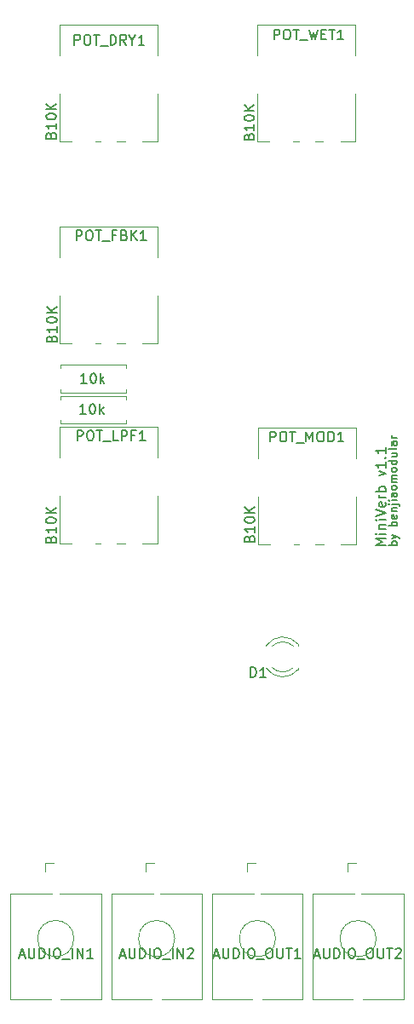
<source format=gbr>
%TF.GenerationSoftware,KiCad,Pcbnew,6.0.10+dfsg-1~bpo11+1*%
%TF.CreationDate,2023-02-09T22:21:13+08:00*%
%TF.ProjectId,MiniVerb v1.1 - Main,4d696e69-5665-4726-9220-76312e31202d,rev?*%
%TF.SameCoordinates,Original*%
%TF.FileFunction,Legend,Top*%
%TF.FilePolarity,Positive*%
%FSLAX46Y46*%
G04 Gerber Fmt 4.6, Leading zero omitted, Abs format (unit mm)*
G04 Created by KiCad (PCBNEW 6.0.10+dfsg-1~bpo11+1) date 2023-02-09 22:21:13*
%MOMM*%
%LPD*%
G01*
G04 APERTURE LIST*
%ADD10C,0.150000*%
%ADD11C,0.120000*%
G04 APERTURE END LIST*
D10*
X112742380Y-102803333D02*
X111742380Y-102803333D01*
X112456666Y-102470000D01*
X111742380Y-102136666D01*
X112742380Y-102136666D01*
X112742380Y-101660476D02*
X112075714Y-101660476D01*
X111742380Y-101660476D02*
X111790000Y-101708095D01*
X111837619Y-101660476D01*
X111790000Y-101612857D01*
X111742380Y-101660476D01*
X111837619Y-101660476D01*
X112075714Y-101184285D02*
X112742380Y-101184285D01*
X112170952Y-101184285D02*
X112123333Y-101136666D01*
X112075714Y-101041428D01*
X112075714Y-100898571D01*
X112123333Y-100803333D01*
X112218571Y-100755714D01*
X112742380Y-100755714D01*
X112742380Y-100279523D02*
X112075714Y-100279523D01*
X111742380Y-100279523D02*
X111790000Y-100327142D01*
X111837619Y-100279523D01*
X111790000Y-100231904D01*
X111742380Y-100279523D01*
X111837619Y-100279523D01*
X111742380Y-99946190D02*
X112742380Y-99612857D01*
X111742380Y-99279523D01*
X112694761Y-98565238D02*
X112742380Y-98660476D01*
X112742380Y-98850952D01*
X112694761Y-98946190D01*
X112599523Y-98993809D01*
X112218571Y-98993809D01*
X112123333Y-98946190D01*
X112075714Y-98850952D01*
X112075714Y-98660476D01*
X112123333Y-98565238D01*
X112218571Y-98517619D01*
X112313809Y-98517619D01*
X112409047Y-98993809D01*
X112742380Y-98089047D02*
X112075714Y-98089047D01*
X112266190Y-98089047D02*
X112170952Y-98041428D01*
X112123333Y-97993809D01*
X112075714Y-97898571D01*
X112075714Y-97803333D01*
X112742380Y-97470000D02*
X111742380Y-97470000D01*
X112123333Y-97470000D02*
X112075714Y-97374761D01*
X112075714Y-97184285D01*
X112123333Y-97089047D01*
X112170952Y-97041428D01*
X112266190Y-96993809D01*
X112551904Y-96993809D01*
X112647142Y-97041428D01*
X112694761Y-97089047D01*
X112742380Y-97184285D01*
X112742380Y-97374761D01*
X112694761Y-97470000D01*
X112075714Y-95898571D02*
X112742380Y-95660476D01*
X112075714Y-95422380D01*
X112742380Y-94517619D02*
X112742380Y-95089047D01*
X112742380Y-94803333D02*
X111742380Y-94803333D01*
X111885238Y-94898571D01*
X111980476Y-94993809D01*
X112028095Y-95089047D01*
X112647142Y-94089047D02*
X112694761Y-94041428D01*
X112742380Y-94089047D01*
X112694761Y-94136666D01*
X112647142Y-94089047D01*
X112742380Y-94089047D01*
X112742380Y-93089047D02*
X112742380Y-93660476D01*
X112742380Y-93374761D02*
X111742380Y-93374761D01*
X111885238Y-93470000D01*
X111980476Y-93565238D01*
X112028095Y-93660476D01*
X113851904Y-102800476D02*
X113051904Y-102800476D01*
X113356666Y-102800476D02*
X113318571Y-102724285D01*
X113318571Y-102571904D01*
X113356666Y-102495714D01*
X113394761Y-102457619D01*
X113470952Y-102419523D01*
X113699523Y-102419523D01*
X113775714Y-102457619D01*
X113813809Y-102495714D01*
X113851904Y-102571904D01*
X113851904Y-102724285D01*
X113813809Y-102800476D01*
X113318571Y-102152857D02*
X113851904Y-101962380D01*
X113318571Y-101771904D02*
X113851904Y-101962380D01*
X114042380Y-102038571D01*
X114080476Y-102076666D01*
X114118571Y-102152857D01*
X113851904Y-100857619D02*
X113051904Y-100857619D01*
X113356666Y-100857619D02*
X113318571Y-100781428D01*
X113318571Y-100629047D01*
X113356666Y-100552857D01*
X113394761Y-100514761D01*
X113470952Y-100476666D01*
X113699523Y-100476666D01*
X113775714Y-100514761D01*
X113813809Y-100552857D01*
X113851904Y-100629047D01*
X113851904Y-100781428D01*
X113813809Y-100857619D01*
X113813809Y-99829047D02*
X113851904Y-99905238D01*
X113851904Y-100057619D01*
X113813809Y-100133809D01*
X113737619Y-100171904D01*
X113432857Y-100171904D01*
X113356666Y-100133809D01*
X113318571Y-100057619D01*
X113318571Y-99905238D01*
X113356666Y-99829047D01*
X113432857Y-99790952D01*
X113509047Y-99790952D01*
X113585238Y-100171904D01*
X113318571Y-99448095D02*
X113851904Y-99448095D01*
X113394761Y-99448095D02*
X113356666Y-99410000D01*
X113318571Y-99333809D01*
X113318571Y-99219523D01*
X113356666Y-99143333D01*
X113432857Y-99105238D01*
X113851904Y-99105238D01*
X113318571Y-98724285D02*
X114004285Y-98724285D01*
X114080476Y-98762380D01*
X114118571Y-98838571D01*
X114118571Y-98876666D01*
X113051904Y-98724285D02*
X113090000Y-98762380D01*
X113128095Y-98724285D01*
X113090000Y-98686190D01*
X113051904Y-98724285D01*
X113128095Y-98724285D01*
X113851904Y-98343333D02*
X113318571Y-98343333D01*
X113051904Y-98343333D02*
X113090000Y-98381428D01*
X113128095Y-98343333D01*
X113090000Y-98305238D01*
X113051904Y-98343333D01*
X113128095Y-98343333D01*
X113851904Y-97619523D02*
X113432857Y-97619523D01*
X113356666Y-97657619D01*
X113318571Y-97733809D01*
X113318571Y-97886190D01*
X113356666Y-97962380D01*
X113813809Y-97619523D02*
X113851904Y-97695714D01*
X113851904Y-97886190D01*
X113813809Y-97962380D01*
X113737619Y-98000476D01*
X113661428Y-98000476D01*
X113585238Y-97962380D01*
X113547142Y-97886190D01*
X113547142Y-97695714D01*
X113509047Y-97619523D01*
X113851904Y-97124285D02*
X113813809Y-97200476D01*
X113775714Y-97238571D01*
X113699523Y-97276666D01*
X113470952Y-97276666D01*
X113394761Y-97238571D01*
X113356666Y-97200476D01*
X113318571Y-97124285D01*
X113318571Y-97010000D01*
X113356666Y-96933809D01*
X113394761Y-96895714D01*
X113470952Y-96857619D01*
X113699523Y-96857619D01*
X113775714Y-96895714D01*
X113813809Y-96933809D01*
X113851904Y-97010000D01*
X113851904Y-97124285D01*
X113851904Y-96514761D02*
X113318571Y-96514761D01*
X113394761Y-96514761D02*
X113356666Y-96476666D01*
X113318571Y-96400476D01*
X113318571Y-96286190D01*
X113356666Y-96210000D01*
X113432857Y-96171904D01*
X113851904Y-96171904D01*
X113432857Y-96171904D02*
X113356666Y-96133809D01*
X113318571Y-96057619D01*
X113318571Y-95943333D01*
X113356666Y-95867142D01*
X113432857Y-95829047D01*
X113851904Y-95829047D01*
X113851904Y-95333809D02*
X113813809Y-95410000D01*
X113775714Y-95448095D01*
X113699523Y-95486190D01*
X113470952Y-95486190D01*
X113394761Y-95448095D01*
X113356666Y-95410000D01*
X113318571Y-95333809D01*
X113318571Y-95219523D01*
X113356666Y-95143333D01*
X113394761Y-95105238D01*
X113470952Y-95067142D01*
X113699523Y-95067142D01*
X113775714Y-95105238D01*
X113813809Y-95143333D01*
X113851904Y-95219523D01*
X113851904Y-95333809D01*
X113851904Y-94381428D02*
X113051904Y-94381428D01*
X113813809Y-94381428D02*
X113851904Y-94457619D01*
X113851904Y-94610000D01*
X113813809Y-94686190D01*
X113775714Y-94724285D01*
X113699523Y-94762380D01*
X113470952Y-94762380D01*
X113394761Y-94724285D01*
X113356666Y-94686190D01*
X113318571Y-94610000D01*
X113318571Y-94457619D01*
X113356666Y-94381428D01*
X113318571Y-93657619D02*
X113851904Y-93657619D01*
X113318571Y-94000476D02*
X113737619Y-94000476D01*
X113813809Y-93962380D01*
X113851904Y-93886190D01*
X113851904Y-93771904D01*
X113813809Y-93695714D01*
X113775714Y-93657619D01*
X113851904Y-93162380D02*
X113813809Y-93238571D01*
X113737619Y-93276666D01*
X113051904Y-93276666D01*
X113851904Y-92514761D02*
X113432857Y-92514761D01*
X113356666Y-92552857D01*
X113318571Y-92629047D01*
X113318571Y-92781428D01*
X113356666Y-92857619D01*
X113813809Y-92514761D02*
X113851904Y-92590952D01*
X113851904Y-92781428D01*
X113813809Y-92857619D01*
X113737619Y-92895714D01*
X113661428Y-92895714D01*
X113585238Y-92857619D01*
X113547142Y-92781428D01*
X113547142Y-92590952D01*
X113509047Y-92514761D01*
X113851904Y-92133809D02*
X113318571Y-92133809D01*
X113470952Y-92133809D02*
X113394761Y-92095714D01*
X113356666Y-92057619D01*
X113318571Y-91981428D01*
X113318571Y-91905238D01*
%TO.C,AUDIO_OUT1*%
X95660379Y-143569578D02*
X96136569Y-143569578D01*
X95565141Y-143855292D02*
X95898474Y-142855292D01*
X96231807Y-143855292D01*
X96565141Y-142855292D02*
X96565141Y-143664816D01*
X96612760Y-143760054D01*
X96660379Y-143807673D01*
X96755617Y-143855292D01*
X96946093Y-143855292D01*
X97041331Y-143807673D01*
X97088950Y-143760054D01*
X97136569Y-143664816D01*
X97136569Y-142855292D01*
X97612760Y-143855292D02*
X97612760Y-142855292D01*
X97850855Y-142855292D01*
X97993712Y-142902912D01*
X98088950Y-142998150D01*
X98136569Y-143093388D01*
X98184188Y-143283864D01*
X98184188Y-143426721D01*
X98136569Y-143617197D01*
X98088950Y-143712435D01*
X97993712Y-143807673D01*
X97850855Y-143855292D01*
X97612760Y-143855292D01*
X98612760Y-143855292D02*
X98612760Y-142855292D01*
X99279426Y-142855292D02*
X99469903Y-142855292D01*
X99565141Y-142902912D01*
X99660379Y-142998150D01*
X99707998Y-143188626D01*
X99707998Y-143521959D01*
X99660379Y-143712435D01*
X99565141Y-143807673D01*
X99469903Y-143855292D01*
X99279426Y-143855292D01*
X99184188Y-143807673D01*
X99088950Y-143712435D01*
X99041331Y-143521959D01*
X99041331Y-143188626D01*
X99088950Y-142998150D01*
X99184188Y-142902912D01*
X99279426Y-142855292D01*
X99898474Y-143950531D02*
X100660379Y-143950531D01*
X101088950Y-142855292D02*
X101279426Y-142855292D01*
X101374664Y-142902912D01*
X101469903Y-142998150D01*
X101517522Y-143188626D01*
X101517522Y-143521959D01*
X101469903Y-143712435D01*
X101374664Y-143807673D01*
X101279426Y-143855292D01*
X101088950Y-143855292D01*
X100993712Y-143807673D01*
X100898474Y-143712435D01*
X100850855Y-143521959D01*
X100850855Y-143188626D01*
X100898474Y-142998150D01*
X100993712Y-142902912D01*
X101088950Y-142855292D01*
X101946093Y-142855292D02*
X101946093Y-143664816D01*
X101993712Y-143760054D01*
X102041331Y-143807673D01*
X102136569Y-143855292D01*
X102327045Y-143855292D01*
X102422283Y-143807673D01*
X102469903Y-143760054D01*
X102517522Y-143664816D01*
X102517522Y-142855292D01*
X102850855Y-142855292D02*
X103422283Y-142855292D01*
X103136569Y-143855292D02*
X103136569Y-142855292D01*
X104279426Y-143855292D02*
X103707998Y-143855292D01*
X103993712Y-143855292D02*
X103993712Y-142855292D01*
X103898474Y-142998150D01*
X103803236Y-143093388D01*
X103707998Y-143141007D01*
%TO.C,POT_FBK1*%
X81997619Y-72502380D02*
X81997619Y-71502380D01*
X82378571Y-71502380D01*
X82473809Y-71550000D01*
X82521428Y-71597619D01*
X82569047Y-71692857D01*
X82569047Y-71835714D01*
X82521428Y-71930952D01*
X82473809Y-71978571D01*
X82378571Y-72026190D01*
X81997619Y-72026190D01*
X83188095Y-71502380D02*
X83378571Y-71502380D01*
X83473809Y-71550000D01*
X83569047Y-71645238D01*
X83616666Y-71835714D01*
X83616666Y-72169047D01*
X83569047Y-72359523D01*
X83473809Y-72454761D01*
X83378571Y-72502380D01*
X83188095Y-72502380D01*
X83092857Y-72454761D01*
X82997619Y-72359523D01*
X82950000Y-72169047D01*
X82950000Y-71835714D01*
X82997619Y-71645238D01*
X83092857Y-71550000D01*
X83188095Y-71502380D01*
X83902380Y-71502380D02*
X84473809Y-71502380D01*
X84188095Y-72502380D02*
X84188095Y-71502380D01*
X84569047Y-72597619D02*
X85330952Y-72597619D01*
X85902380Y-71978571D02*
X85569047Y-71978571D01*
X85569047Y-72502380D02*
X85569047Y-71502380D01*
X86045238Y-71502380D01*
X86759523Y-71978571D02*
X86902380Y-72026190D01*
X86950000Y-72073809D01*
X86997619Y-72169047D01*
X86997619Y-72311904D01*
X86950000Y-72407142D01*
X86902380Y-72454761D01*
X86807142Y-72502380D01*
X86426190Y-72502380D01*
X86426190Y-71502380D01*
X86759523Y-71502380D01*
X86854761Y-71550000D01*
X86902380Y-71597619D01*
X86950000Y-71692857D01*
X86950000Y-71788095D01*
X86902380Y-71883333D01*
X86854761Y-71930952D01*
X86759523Y-71978571D01*
X86426190Y-71978571D01*
X87426190Y-72502380D02*
X87426190Y-71502380D01*
X87997619Y-72502380D02*
X87569047Y-71930952D01*
X87997619Y-71502380D02*
X87426190Y-72073809D01*
X88950000Y-72502380D02*
X88378571Y-72502380D01*
X88664285Y-72502380D02*
X88664285Y-71502380D01*
X88569047Y-71645238D01*
X88473809Y-71740476D01*
X88378571Y-71788095D01*
X79528571Y-82255952D02*
X79576190Y-82113095D01*
X79623809Y-82065476D01*
X79719047Y-82017857D01*
X79861904Y-82017857D01*
X79957142Y-82065476D01*
X80004761Y-82113095D01*
X80052380Y-82208333D01*
X80052380Y-82589285D01*
X79052380Y-82589285D01*
X79052380Y-82255952D01*
X79100000Y-82160714D01*
X79147619Y-82113095D01*
X79242857Y-82065476D01*
X79338095Y-82065476D01*
X79433333Y-82113095D01*
X79480952Y-82160714D01*
X79528571Y-82255952D01*
X79528571Y-82589285D01*
X80052380Y-81065476D02*
X80052380Y-81636904D01*
X80052380Y-81351190D02*
X79052380Y-81351190D01*
X79195238Y-81446428D01*
X79290476Y-81541666D01*
X79338095Y-81636904D01*
X79052380Y-80446428D02*
X79052380Y-80351190D01*
X79100000Y-80255952D01*
X79147619Y-80208333D01*
X79242857Y-80160714D01*
X79433333Y-80113095D01*
X79671428Y-80113095D01*
X79861904Y-80160714D01*
X79957142Y-80208333D01*
X80004761Y-80255952D01*
X80052380Y-80351190D01*
X80052380Y-80446428D01*
X80004761Y-80541666D01*
X79957142Y-80589285D01*
X79861904Y-80636904D01*
X79671428Y-80684523D01*
X79433333Y-80684523D01*
X79242857Y-80636904D01*
X79147619Y-80589285D01*
X79100000Y-80541666D01*
X79052380Y-80446428D01*
X80052380Y-79684523D02*
X79052380Y-79684523D01*
X80052380Y-79113095D02*
X79480952Y-79541666D01*
X79052380Y-79113095D02*
X79623809Y-79684523D01*
%TO.C,POT_DRY1*%
X81802619Y-53072380D02*
X81802619Y-52072380D01*
X82183571Y-52072380D01*
X82278809Y-52120000D01*
X82326428Y-52167619D01*
X82374047Y-52262857D01*
X82374047Y-52405714D01*
X82326428Y-52500952D01*
X82278809Y-52548571D01*
X82183571Y-52596190D01*
X81802619Y-52596190D01*
X82993095Y-52072380D02*
X83183571Y-52072380D01*
X83278809Y-52120000D01*
X83374047Y-52215238D01*
X83421666Y-52405714D01*
X83421666Y-52739047D01*
X83374047Y-52929523D01*
X83278809Y-53024761D01*
X83183571Y-53072380D01*
X82993095Y-53072380D01*
X82897857Y-53024761D01*
X82802619Y-52929523D01*
X82755000Y-52739047D01*
X82755000Y-52405714D01*
X82802619Y-52215238D01*
X82897857Y-52120000D01*
X82993095Y-52072380D01*
X83707380Y-52072380D02*
X84278809Y-52072380D01*
X83993095Y-53072380D02*
X83993095Y-52072380D01*
X84374047Y-53167619D02*
X85135952Y-53167619D01*
X85374047Y-53072380D02*
X85374047Y-52072380D01*
X85612142Y-52072380D01*
X85755000Y-52120000D01*
X85850238Y-52215238D01*
X85897857Y-52310476D01*
X85945476Y-52500952D01*
X85945476Y-52643809D01*
X85897857Y-52834285D01*
X85850238Y-52929523D01*
X85755000Y-53024761D01*
X85612142Y-53072380D01*
X85374047Y-53072380D01*
X86945476Y-53072380D02*
X86612142Y-52596190D01*
X86374047Y-53072380D02*
X86374047Y-52072380D01*
X86755000Y-52072380D01*
X86850238Y-52120000D01*
X86897857Y-52167619D01*
X86945476Y-52262857D01*
X86945476Y-52405714D01*
X86897857Y-52500952D01*
X86850238Y-52548571D01*
X86755000Y-52596190D01*
X86374047Y-52596190D01*
X87564523Y-52596190D02*
X87564523Y-53072380D01*
X87231190Y-52072380D02*
X87564523Y-52596190D01*
X87897857Y-52072380D01*
X88755000Y-53072380D02*
X88183571Y-53072380D01*
X88469285Y-53072380D02*
X88469285Y-52072380D01*
X88374047Y-52215238D01*
X88278809Y-52310476D01*
X88183571Y-52358095D01*
X79453571Y-62055952D02*
X79501190Y-61913095D01*
X79548809Y-61865476D01*
X79644047Y-61817857D01*
X79786904Y-61817857D01*
X79882142Y-61865476D01*
X79929761Y-61913095D01*
X79977380Y-62008333D01*
X79977380Y-62389285D01*
X78977380Y-62389285D01*
X78977380Y-62055952D01*
X79025000Y-61960714D01*
X79072619Y-61913095D01*
X79167857Y-61865476D01*
X79263095Y-61865476D01*
X79358333Y-61913095D01*
X79405952Y-61960714D01*
X79453571Y-62055952D01*
X79453571Y-62389285D01*
X79977380Y-60865476D02*
X79977380Y-61436904D01*
X79977380Y-61151190D02*
X78977380Y-61151190D01*
X79120238Y-61246428D01*
X79215476Y-61341666D01*
X79263095Y-61436904D01*
X78977380Y-60246428D02*
X78977380Y-60151190D01*
X79025000Y-60055952D01*
X79072619Y-60008333D01*
X79167857Y-59960714D01*
X79358333Y-59913095D01*
X79596428Y-59913095D01*
X79786904Y-59960714D01*
X79882142Y-60008333D01*
X79929761Y-60055952D01*
X79977380Y-60151190D01*
X79977380Y-60246428D01*
X79929761Y-60341666D01*
X79882142Y-60389285D01*
X79786904Y-60436904D01*
X79596428Y-60484523D01*
X79358333Y-60484523D01*
X79167857Y-60436904D01*
X79072619Y-60389285D01*
X79025000Y-60341666D01*
X78977380Y-60246428D01*
X79977380Y-59484523D02*
X78977380Y-59484523D01*
X79977380Y-58913095D02*
X79405952Y-59341666D01*
X78977380Y-58913095D02*
X79548809Y-59484523D01*
%TO.C,R1*%
X83004761Y-86702380D02*
X82433333Y-86702380D01*
X82719047Y-86702380D02*
X82719047Y-85702380D01*
X82623809Y-85845238D01*
X82528571Y-85940476D01*
X82433333Y-85988095D01*
X83623809Y-85702380D02*
X83719047Y-85702380D01*
X83814285Y-85750000D01*
X83861904Y-85797619D01*
X83909523Y-85892857D01*
X83957142Y-86083333D01*
X83957142Y-86321428D01*
X83909523Y-86511904D01*
X83861904Y-86607142D01*
X83814285Y-86654761D01*
X83719047Y-86702380D01*
X83623809Y-86702380D01*
X83528571Y-86654761D01*
X83480952Y-86607142D01*
X83433333Y-86511904D01*
X83385714Y-86321428D01*
X83385714Y-86083333D01*
X83433333Y-85892857D01*
X83480952Y-85797619D01*
X83528571Y-85750000D01*
X83623809Y-85702380D01*
X84385714Y-86702380D02*
X84385714Y-85702380D01*
X84480952Y-86321428D02*
X84766666Y-86702380D01*
X84766666Y-86035714D02*
X84385714Y-86416666D01*
%TO.C,AUDIO_IN2*%
X86332142Y-143569578D02*
X86808333Y-143569578D01*
X86236904Y-143855292D02*
X86570238Y-142855292D01*
X86903571Y-143855292D01*
X87236904Y-142855292D02*
X87236904Y-143664816D01*
X87284523Y-143760054D01*
X87332142Y-143807673D01*
X87427380Y-143855292D01*
X87617857Y-143855292D01*
X87713095Y-143807673D01*
X87760714Y-143760054D01*
X87808333Y-143664816D01*
X87808333Y-142855292D01*
X88284523Y-143855292D02*
X88284523Y-142855292D01*
X88522619Y-142855292D01*
X88665476Y-142902912D01*
X88760714Y-142998150D01*
X88808333Y-143093388D01*
X88855952Y-143283864D01*
X88855952Y-143426721D01*
X88808333Y-143617197D01*
X88760714Y-143712435D01*
X88665476Y-143807673D01*
X88522619Y-143855292D01*
X88284523Y-143855292D01*
X89284523Y-143855292D02*
X89284523Y-142855292D01*
X89951190Y-142855292D02*
X90141666Y-142855292D01*
X90236904Y-142902912D01*
X90332142Y-142998150D01*
X90379761Y-143188626D01*
X90379761Y-143521959D01*
X90332142Y-143712435D01*
X90236904Y-143807673D01*
X90141666Y-143855292D01*
X89951190Y-143855292D01*
X89855952Y-143807673D01*
X89760714Y-143712435D01*
X89713095Y-143521959D01*
X89713095Y-143188626D01*
X89760714Y-142998150D01*
X89855952Y-142902912D01*
X89951190Y-142855292D01*
X90570238Y-143950531D02*
X91332142Y-143950531D01*
X91570238Y-143855292D02*
X91570238Y-142855292D01*
X92046428Y-143855292D02*
X92046428Y-142855292D01*
X92617857Y-143855292D01*
X92617857Y-142855292D01*
X93046428Y-142950531D02*
X93094047Y-142902912D01*
X93189285Y-142855292D01*
X93427380Y-142855292D01*
X93522619Y-142902912D01*
X93570238Y-142950531D01*
X93617857Y-143045769D01*
X93617857Y-143141007D01*
X93570238Y-143283864D01*
X92998809Y-143855292D01*
X93617857Y-143855292D01*
%TO.C,AUDIO_IN1*%
X76357142Y-143566666D02*
X76833333Y-143566666D01*
X76261904Y-143852380D02*
X76595238Y-142852380D01*
X76928571Y-143852380D01*
X77261904Y-142852380D02*
X77261904Y-143661904D01*
X77309523Y-143757142D01*
X77357142Y-143804761D01*
X77452380Y-143852380D01*
X77642857Y-143852380D01*
X77738095Y-143804761D01*
X77785714Y-143757142D01*
X77833333Y-143661904D01*
X77833333Y-142852380D01*
X78309523Y-143852380D02*
X78309523Y-142852380D01*
X78547619Y-142852380D01*
X78690476Y-142900000D01*
X78785714Y-142995238D01*
X78833333Y-143090476D01*
X78880952Y-143280952D01*
X78880952Y-143423809D01*
X78833333Y-143614285D01*
X78785714Y-143709523D01*
X78690476Y-143804761D01*
X78547619Y-143852380D01*
X78309523Y-143852380D01*
X79309523Y-143852380D02*
X79309523Y-142852380D01*
X79976190Y-142852380D02*
X80166666Y-142852380D01*
X80261904Y-142900000D01*
X80357142Y-142995238D01*
X80404761Y-143185714D01*
X80404761Y-143519047D01*
X80357142Y-143709523D01*
X80261904Y-143804761D01*
X80166666Y-143852380D01*
X79976190Y-143852380D01*
X79880952Y-143804761D01*
X79785714Y-143709523D01*
X79738095Y-143519047D01*
X79738095Y-143185714D01*
X79785714Y-142995238D01*
X79880952Y-142900000D01*
X79976190Y-142852380D01*
X80595238Y-143947619D02*
X81357142Y-143947619D01*
X81595238Y-143852380D02*
X81595238Y-142852380D01*
X82071428Y-143852380D02*
X82071428Y-142852380D01*
X82642857Y-143852380D01*
X82642857Y-142852380D01*
X83642857Y-143852380D02*
X83071428Y-143852380D01*
X83357142Y-143852380D02*
X83357142Y-142852380D01*
X83261904Y-142995238D01*
X83166666Y-143090476D01*
X83071428Y-143138095D01*
%TO.C,POT_WET1*%
X101641428Y-52537380D02*
X101641428Y-51537380D01*
X102022380Y-51537380D01*
X102117619Y-51585000D01*
X102165238Y-51632619D01*
X102212857Y-51727857D01*
X102212857Y-51870714D01*
X102165238Y-51965952D01*
X102117619Y-52013571D01*
X102022380Y-52061190D01*
X101641428Y-52061190D01*
X102831904Y-51537380D02*
X103022380Y-51537380D01*
X103117619Y-51585000D01*
X103212857Y-51680238D01*
X103260476Y-51870714D01*
X103260476Y-52204047D01*
X103212857Y-52394523D01*
X103117619Y-52489761D01*
X103022380Y-52537380D01*
X102831904Y-52537380D01*
X102736666Y-52489761D01*
X102641428Y-52394523D01*
X102593809Y-52204047D01*
X102593809Y-51870714D01*
X102641428Y-51680238D01*
X102736666Y-51585000D01*
X102831904Y-51537380D01*
X103546190Y-51537380D02*
X104117619Y-51537380D01*
X103831904Y-52537380D02*
X103831904Y-51537380D01*
X104212857Y-52632619D02*
X104974761Y-52632619D01*
X105117619Y-51537380D02*
X105355714Y-52537380D01*
X105546190Y-51823095D01*
X105736666Y-52537380D01*
X105974761Y-51537380D01*
X106355714Y-52013571D02*
X106689047Y-52013571D01*
X106831904Y-52537380D02*
X106355714Y-52537380D01*
X106355714Y-51537380D01*
X106831904Y-51537380D01*
X107117619Y-51537380D02*
X107689047Y-51537380D01*
X107403333Y-52537380D02*
X107403333Y-51537380D01*
X108546190Y-52537380D02*
X107974761Y-52537380D01*
X108260476Y-52537380D02*
X108260476Y-51537380D01*
X108165238Y-51680238D01*
X108070000Y-51775476D01*
X107974761Y-51823095D01*
X99138571Y-62185952D02*
X99186190Y-62043095D01*
X99233809Y-61995476D01*
X99329047Y-61947857D01*
X99471904Y-61947857D01*
X99567142Y-61995476D01*
X99614761Y-62043095D01*
X99662380Y-62138333D01*
X99662380Y-62519285D01*
X98662380Y-62519285D01*
X98662380Y-62185952D01*
X98710000Y-62090714D01*
X98757619Y-62043095D01*
X98852857Y-61995476D01*
X98948095Y-61995476D01*
X99043333Y-62043095D01*
X99090952Y-62090714D01*
X99138571Y-62185952D01*
X99138571Y-62519285D01*
X99662380Y-60995476D02*
X99662380Y-61566904D01*
X99662380Y-61281190D02*
X98662380Y-61281190D01*
X98805238Y-61376428D01*
X98900476Y-61471666D01*
X98948095Y-61566904D01*
X98662380Y-60376428D02*
X98662380Y-60281190D01*
X98710000Y-60185952D01*
X98757619Y-60138333D01*
X98852857Y-60090714D01*
X99043333Y-60043095D01*
X99281428Y-60043095D01*
X99471904Y-60090714D01*
X99567142Y-60138333D01*
X99614761Y-60185952D01*
X99662380Y-60281190D01*
X99662380Y-60376428D01*
X99614761Y-60471666D01*
X99567142Y-60519285D01*
X99471904Y-60566904D01*
X99281428Y-60614523D01*
X99043333Y-60614523D01*
X98852857Y-60566904D01*
X98757619Y-60519285D01*
X98710000Y-60471666D01*
X98662380Y-60376428D01*
X99662380Y-59614523D02*
X98662380Y-59614523D01*
X99662380Y-59043095D02*
X99090952Y-59471666D01*
X98662380Y-59043095D02*
X99233809Y-59614523D01*
%TO.C,POT_LPF1*%
X82092857Y-92402380D02*
X82092857Y-91402380D01*
X82473809Y-91402380D01*
X82569047Y-91450000D01*
X82616666Y-91497619D01*
X82664285Y-91592857D01*
X82664285Y-91735714D01*
X82616666Y-91830952D01*
X82569047Y-91878571D01*
X82473809Y-91926190D01*
X82092857Y-91926190D01*
X83283333Y-91402380D02*
X83473809Y-91402380D01*
X83569047Y-91450000D01*
X83664285Y-91545238D01*
X83711904Y-91735714D01*
X83711904Y-92069047D01*
X83664285Y-92259523D01*
X83569047Y-92354761D01*
X83473809Y-92402380D01*
X83283333Y-92402380D01*
X83188095Y-92354761D01*
X83092857Y-92259523D01*
X83045238Y-92069047D01*
X83045238Y-91735714D01*
X83092857Y-91545238D01*
X83188095Y-91450000D01*
X83283333Y-91402380D01*
X83997619Y-91402380D02*
X84569047Y-91402380D01*
X84283333Y-92402380D02*
X84283333Y-91402380D01*
X84664285Y-92497619D02*
X85426190Y-92497619D01*
X86140476Y-92402380D02*
X85664285Y-92402380D01*
X85664285Y-91402380D01*
X86473809Y-92402380D02*
X86473809Y-91402380D01*
X86854761Y-91402380D01*
X86950000Y-91450000D01*
X86997619Y-91497619D01*
X87045238Y-91592857D01*
X87045238Y-91735714D01*
X86997619Y-91830952D01*
X86950000Y-91878571D01*
X86854761Y-91926190D01*
X86473809Y-91926190D01*
X87807142Y-91878571D02*
X87473809Y-91878571D01*
X87473809Y-92402380D02*
X87473809Y-91402380D01*
X87950000Y-91402380D01*
X88854761Y-92402380D02*
X88283333Y-92402380D01*
X88569047Y-92402380D02*
X88569047Y-91402380D01*
X88473809Y-91545238D01*
X88378571Y-91640476D01*
X88283333Y-91688095D01*
X79443571Y-102190952D02*
X79491190Y-102048095D01*
X79538809Y-102000476D01*
X79634047Y-101952857D01*
X79776904Y-101952857D01*
X79872142Y-102000476D01*
X79919761Y-102048095D01*
X79967380Y-102143333D01*
X79967380Y-102524285D01*
X78967380Y-102524285D01*
X78967380Y-102190952D01*
X79015000Y-102095714D01*
X79062619Y-102048095D01*
X79157857Y-102000476D01*
X79253095Y-102000476D01*
X79348333Y-102048095D01*
X79395952Y-102095714D01*
X79443571Y-102190952D01*
X79443571Y-102524285D01*
X79967380Y-101000476D02*
X79967380Y-101571904D01*
X79967380Y-101286190D02*
X78967380Y-101286190D01*
X79110238Y-101381428D01*
X79205476Y-101476666D01*
X79253095Y-101571904D01*
X78967380Y-100381428D02*
X78967380Y-100286190D01*
X79015000Y-100190952D01*
X79062619Y-100143333D01*
X79157857Y-100095714D01*
X79348333Y-100048095D01*
X79586428Y-100048095D01*
X79776904Y-100095714D01*
X79872142Y-100143333D01*
X79919761Y-100190952D01*
X79967380Y-100286190D01*
X79967380Y-100381428D01*
X79919761Y-100476666D01*
X79872142Y-100524285D01*
X79776904Y-100571904D01*
X79586428Y-100619523D01*
X79348333Y-100619523D01*
X79157857Y-100571904D01*
X79062619Y-100524285D01*
X79015000Y-100476666D01*
X78967380Y-100381428D01*
X79967380Y-99619523D02*
X78967380Y-99619523D01*
X79967380Y-99048095D02*
X79395952Y-99476666D01*
X78967380Y-99048095D02*
X79538809Y-99619523D01*
%TO.C,AUDIO_OUT2*%
X105660379Y-143569578D02*
X106136569Y-143569578D01*
X105565141Y-143855292D02*
X105898474Y-142855292D01*
X106231807Y-143855292D01*
X106565141Y-142855292D02*
X106565141Y-143664816D01*
X106612760Y-143760054D01*
X106660379Y-143807673D01*
X106755617Y-143855292D01*
X106946093Y-143855292D01*
X107041331Y-143807673D01*
X107088950Y-143760054D01*
X107136569Y-143664816D01*
X107136569Y-142855292D01*
X107612760Y-143855292D02*
X107612760Y-142855292D01*
X107850855Y-142855292D01*
X107993712Y-142902912D01*
X108088950Y-142998150D01*
X108136569Y-143093388D01*
X108184188Y-143283864D01*
X108184188Y-143426721D01*
X108136569Y-143617197D01*
X108088950Y-143712435D01*
X107993712Y-143807673D01*
X107850855Y-143855292D01*
X107612760Y-143855292D01*
X108612760Y-143855292D02*
X108612760Y-142855292D01*
X109279426Y-142855292D02*
X109469903Y-142855292D01*
X109565141Y-142902912D01*
X109660379Y-142998150D01*
X109707998Y-143188626D01*
X109707998Y-143521959D01*
X109660379Y-143712435D01*
X109565141Y-143807673D01*
X109469903Y-143855292D01*
X109279426Y-143855292D01*
X109184188Y-143807673D01*
X109088950Y-143712435D01*
X109041331Y-143521959D01*
X109041331Y-143188626D01*
X109088950Y-142998150D01*
X109184188Y-142902912D01*
X109279426Y-142855292D01*
X109898474Y-143950531D02*
X110660379Y-143950531D01*
X111088950Y-142855292D02*
X111279426Y-142855292D01*
X111374664Y-142902912D01*
X111469903Y-142998150D01*
X111517522Y-143188626D01*
X111517522Y-143521959D01*
X111469903Y-143712435D01*
X111374664Y-143807673D01*
X111279426Y-143855292D01*
X111088950Y-143855292D01*
X110993712Y-143807673D01*
X110898474Y-143712435D01*
X110850855Y-143521959D01*
X110850855Y-143188626D01*
X110898474Y-142998150D01*
X110993712Y-142902912D01*
X111088950Y-142855292D01*
X111946093Y-142855292D02*
X111946093Y-143664816D01*
X111993712Y-143760054D01*
X112041331Y-143807673D01*
X112136569Y-143855292D01*
X112327045Y-143855292D01*
X112422283Y-143807673D01*
X112469903Y-143760054D01*
X112517522Y-143664816D01*
X112517522Y-142855292D01*
X112850855Y-142855292D02*
X113422283Y-142855292D01*
X113136569Y-143855292D02*
X113136569Y-142855292D01*
X113707998Y-142950531D02*
X113755617Y-142902912D01*
X113850855Y-142855292D01*
X114088950Y-142855292D01*
X114184188Y-142902912D01*
X114231807Y-142950531D01*
X114279426Y-143045769D01*
X114279426Y-143141007D01*
X114231807Y-143283864D01*
X113660379Y-143855292D01*
X114279426Y-143855292D01*
%TO.C,POT_MOD1*%
X101270952Y-92512380D02*
X101270952Y-91512380D01*
X101651904Y-91512380D01*
X101747142Y-91560000D01*
X101794761Y-91607619D01*
X101842380Y-91702857D01*
X101842380Y-91845714D01*
X101794761Y-91940952D01*
X101747142Y-91988571D01*
X101651904Y-92036190D01*
X101270952Y-92036190D01*
X102461428Y-91512380D02*
X102651904Y-91512380D01*
X102747142Y-91560000D01*
X102842380Y-91655238D01*
X102890000Y-91845714D01*
X102890000Y-92179047D01*
X102842380Y-92369523D01*
X102747142Y-92464761D01*
X102651904Y-92512380D01*
X102461428Y-92512380D01*
X102366190Y-92464761D01*
X102270952Y-92369523D01*
X102223333Y-92179047D01*
X102223333Y-91845714D01*
X102270952Y-91655238D01*
X102366190Y-91560000D01*
X102461428Y-91512380D01*
X103175714Y-91512380D02*
X103747142Y-91512380D01*
X103461428Y-92512380D02*
X103461428Y-91512380D01*
X103842380Y-92607619D02*
X104604285Y-92607619D01*
X104842380Y-92512380D02*
X104842380Y-91512380D01*
X105175714Y-92226666D01*
X105509047Y-91512380D01*
X105509047Y-92512380D01*
X106175714Y-91512380D02*
X106366190Y-91512380D01*
X106461428Y-91560000D01*
X106556666Y-91655238D01*
X106604285Y-91845714D01*
X106604285Y-92179047D01*
X106556666Y-92369523D01*
X106461428Y-92464761D01*
X106366190Y-92512380D01*
X106175714Y-92512380D01*
X106080476Y-92464761D01*
X105985238Y-92369523D01*
X105937619Y-92179047D01*
X105937619Y-91845714D01*
X105985238Y-91655238D01*
X106080476Y-91560000D01*
X106175714Y-91512380D01*
X107032857Y-92512380D02*
X107032857Y-91512380D01*
X107270952Y-91512380D01*
X107413809Y-91560000D01*
X107509047Y-91655238D01*
X107556666Y-91750476D01*
X107604285Y-91940952D01*
X107604285Y-92083809D01*
X107556666Y-92274285D01*
X107509047Y-92369523D01*
X107413809Y-92464761D01*
X107270952Y-92512380D01*
X107032857Y-92512380D01*
X108556666Y-92512380D02*
X107985238Y-92512380D01*
X108270952Y-92512380D02*
X108270952Y-91512380D01*
X108175714Y-91655238D01*
X108080476Y-91750476D01*
X107985238Y-91798095D01*
X99198571Y-102130952D02*
X99246190Y-101988095D01*
X99293809Y-101940476D01*
X99389047Y-101892857D01*
X99531904Y-101892857D01*
X99627142Y-101940476D01*
X99674761Y-101988095D01*
X99722380Y-102083333D01*
X99722380Y-102464285D01*
X98722380Y-102464285D01*
X98722380Y-102130952D01*
X98770000Y-102035714D01*
X98817619Y-101988095D01*
X98912857Y-101940476D01*
X99008095Y-101940476D01*
X99103333Y-101988095D01*
X99150952Y-102035714D01*
X99198571Y-102130952D01*
X99198571Y-102464285D01*
X99722380Y-100940476D02*
X99722380Y-101511904D01*
X99722380Y-101226190D02*
X98722380Y-101226190D01*
X98865238Y-101321428D01*
X98960476Y-101416666D01*
X99008095Y-101511904D01*
X98722380Y-100321428D02*
X98722380Y-100226190D01*
X98770000Y-100130952D01*
X98817619Y-100083333D01*
X98912857Y-100035714D01*
X99103333Y-99988095D01*
X99341428Y-99988095D01*
X99531904Y-100035714D01*
X99627142Y-100083333D01*
X99674761Y-100130952D01*
X99722380Y-100226190D01*
X99722380Y-100321428D01*
X99674761Y-100416666D01*
X99627142Y-100464285D01*
X99531904Y-100511904D01*
X99341428Y-100559523D01*
X99103333Y-100559523D01*
X98912857Y-100511904D01*
X98817619Y-100464285D01*
X98770000Y-100416666D01*
X98722380Y-100321428D01*
X99722380Y-99559523D02*
X98722380Y-99559523D01*
X99722380Y-98988095D02*
X99150952Y-99416666D01*
X98722380Y-98988095D02*
X99293809Y-99559523D01*
%TO.C,R16*%
X82934761Y-89752380D02*
X82363333Y-89752380D01*
X82649047Y-89752380D02*
X82649047Y-88752380D01*
X82553809Y-88895238D01*
X82458571Y-88990476D01*
X82363333Y-89038095D01*
X83553809Y-88752380D02*
X83649047Y-88752380D01*
X83744285Y-88800000D01*
X83791904Y-88847619D01*
X83839523Y-88942857D01*
X83887142Y-89133333D01*
X83887142Y-89371428D01*
X83839523Y-89561904D01*
X83791904Y-89657142D01*
X83744285Y-89704761D01*
X83649047Y-89752380D01*
X83553809Y-89752380D01*
X83458571Y-89704761D01*
X83410952Y-89657142D01*
X83363333Y-89561904D01*
X83315714Y-89371428D01*
X83315714Y-89133333D01*
X83363333Y-88942857D01*
X83410952Y-88847619D01*
X83458571Y-88800000D01*
X83553809Y-88752380D01*
X84315714Y-89752380D02*
X84315714Y-88752380D01*
X84410952Y-89371428D02*
X84696666Y-89752380D01*
X84696666Y-89085714D02*
X84315714Y-89466666D01*
%TO.C,D1*%
X99311904Y-115927380D02*
X99311904Y-114927380D01*
X99550000Y-114927380D01*
X99692857Y-114975000D01*
X99788095Y-115070238D01*
X99835714Y-115165476D01*
X99883333Y-115355952D01*
X99883333Y-115498809D01*
X99835714Y-115689285D01*
X99788095Y-115784523D01*
X99692857Y-115879761D01*
X99550000Y-115927380D01*
X99311904Y-115927380D01*
X100835714Y-115927380D02*
X100264285Y-115927380D01*
X100550000Y-115927380D02*
X100550000Y-114927380D01*
X100454761Y-115070238D01*
X100359523Y-115165476D01*
X100264285Y-115213095D01*
D11*
%TO.C,AUDIO_OUT1*%
X98935000Y-134414000D02*
X99795000Y-134414000D01*
X104495000Y-137394000D02*
X100345000Y-137394000D01*
X99495000Y-147894000D02*
X95495000Y-147894000D01*
X95495000Y-137394000D02*
X95495000Y-147894000D01*
X98935000Y-134414000D02*
X98935000Y-135214000D01*
X104495000Y-147894000D02*
X100495000Y-147894000D01*
X104495000Y-137394000D02*
X104495000Y-147894000D01*
X99645000Y-137394000D02*
X95495000Y-137394000D01*
X101795000Y-141894000D02*
G75*
G03*
X101795000Y-141894000I-1800000J0D01*
G01*
%TO.C,POT_FBK1*%
X81510000Y-82695000D02*
X80330000Y-82695000D01*
X90070000Y-74165000D02*
X90070000Y-71105000D01*
X90070000Y-71105000D02*
X80330000Y-71105000D01*
X90070000Y-82695000D02*
X88580000Y-82695000D01*
X90070000Y-82695000D02*
X90070000Y-77975000D01*
X80320000Y-82695000D02*
X80320000Y-77975000D01*
X80330000Y-74165000D02*
X80330000Y-71105000D01*
X84410000Y-82695000D02*
X83880000Y-82695000D01*
X86860000Y-82695000D02*
X86030000Y-82695000D01*
%TO.C,POT_DRY1*%
X90045000Y-62645000D02*
X88555000Y-62645000D01*
X80305000Y-54115000D02*
X80305000Y-51055000D01*
X84385000Y-62645000D02*
X83855000Y-62645000D01*
X80295000Y-62645000D02*
X80295000Y-57925000D01*
X81485000Y-62645000D02*
X80305000Y-62645000D01*
X90045000Y-54115000D02*
X90045000Y-51055000D01*
X86835000Y-62645000D02*
X86005000Y-62645000D01*
X90045000Y-51055000D02*
X80305000Y-51055000D01*
X90045000Y-62645000D02*
X90045000Y-57925000D01*
%TO.C,R1*%
X80405000Y-84880000D02*
X80405000Y-85210000D01*
X86945000Y-85210000D02*
X86945000Y-84880000D01*
X86945000Y-84880000D02*
X80405000Y-84880000D01*
X80405000Y-87620000D02*
X80405000Y-87290000D01*
X86945000Y-87290000D02*
X86945000Y-87620000D01*
X86945000Y-87620000D02*
X80405000Y-87620000D01*
%TO.C,AUDIO_IN2*%
X94471000Y-137394000D02*
X90321000Y-137394000D01*
X89471000Y-147894000D02*
X85471000Y-147894000D01*
X88911000Y-134414000D02*
X88911000Y-135214000D01*
X94471000Y-137394000D02*
X94471000Y-147894000D01*
X85471000Y-137394000D02*
X85471000Y-147894000D01*
X88911000Y-134414000D02*
X89771000Y-134414000D01*
X89621000Y-137394000D02*
X85471000Y-137394000D01*
X94471000Y-147894000D02*
X90471000Y-147894000D01*
X91771000Y-141894000D02*
G75*
G03*
X91771000Y-141894000I-1800000J0D01*
G01*
%TO.C,AUDIO_IN1*%
X79595000Y-137394000D02*
X75445000Y-137394000D01*
X84445000Y-137394000D02*
X80295000Y-137394000D01*
X84445000Y-147894000D02*
X80445000Y-147894000D01*
X84445000Y-137394000D02*
X84445000Y-147894000D01*
X79445000Y-147894000D02*
X75445000Y-147894000D01*
X78885000Y-134414000D02*
X78885000Y-135214000D01*
X75445000Y-137394000D02*
X75445000Y-147894000D01*
X78885000Y-134414000D02*
X79745000Y-134414000D01*
X81745000Y-141894000D02*
G75*
G03*
X81745000Y-141894000I-1800000J0D01*
G01*
%TO.C,POT_WET1*%
X99995000Y-62670000D02*
X99995000Y-57950000D01*
X101185000Y-62670000D02*
X100005000Y-62670000D01*
X109745000Y-62670000D02*
X109745000Y-57950000D01*
X109745000Y-62670000D02*
X108255000Y-62670000D01*
X106535000Y-62670000D02*
X105705000Y-62670000D01*
X104085000Y-62670000D02*
X103555000Y-62670000D01*
X109745000Y-51080000D02*
X100005000Y-51080000D01*
X109745000Y-54140000D02*
X109745000Y-51080000D01*
X100005000Y-54140000D02*
X100005000Y-51080000D01*
%TO.C,POT_LPF1*%
X81510000Y-102645000D02*
X80330000Y-102645000D01*
X86860000Y-102645000D02*
X86030000Y-102645000D01*
X80330000Y-94115000D02*
X80330000Y-91055000D01*
X90070000Y-102645000D02*
X88580000Y-102645000D01*
X90070000Y-102645000D02*
X90070000Y-97925000D01*
X80320000Y-102645000D02*
X80320000Y-97925000D01*
X90070000Y-94115000D02*
X90070000Y-91055000D01*
X84410000Y-102645000D02*
X83880000Y-102645000D01*
X90070000Y-91055000D02*
X80330000Y-91055000D01*
%TO.C,AUDIO_OUT2*%
X109495000Y-147900000D02*
X105495000Y-147900000D01*
X114495000Y-137400000D02*
X110345000Y-137400000D01*
X114495000Y-137400000D02*
X114495000Y-147900000D01*
X109645000Y-137400000D02*
X105495000Y-137400000D01*
X114495000Y-147900000D02*
X110495000Y-147900000D01*
X108935000Y-134420000D02*
X109795000Y-134420000D01*
X105495000Y-137400000D02*
X105495000Y-147900000D01*
X108935000Y-134420000D02*
X108935000Y-135220000D01*
X111795000Y-141900000D02*
G75*
G03*
X111795000Y-141900000I-1800000J0D01*
G01*
%TO.C,POT_MOD1*%
X104135000Y-102716088D02*
X103605000Y-102716088D01*
X109795000Y-102716088D02*
X108305000Y-102716088D01*
X106585000Y-102716088D02*
X105755000Y-102716088D01*
X109795000Y-94186088D02*
X109795000Y-91126088D01*
X101235000Y-102716088D02*
X100055000Y-102716088D01*
X109795000Y-102716088D02*
X109795000Y-97996088D01*
X109795000Y-91126088D02*
X100055000Y-91126088D01*
X100055000Y-94186088D02*
X100055000Y-91126088D01*
X100045000Y-102716088D02*
X100045000Y-97996088D01*
%TO.C,R16*%
X80405000Y-90720000D02*
X80405000Y-90390000D01*
X86945000Y-88310000D02*
X86945000Y-87980000D01*
X80405000Y-87980000D02*
X80405000Y-88310000D01*
X86945000Y-90720000D02*
X80405000Y-90720000D01*
X86945000Y-90390000D02*
X86945000Y-90720000D01*
X86945000Y-87980000D02*
X80405000Y-87980000D01*
%TO.C,D1*%
X104065000Y-115136000D02*
X104065000Y-114980000D01*
X104065000Y-112820000D02*
X104065000Y-112664000D01*
X104065000Y-112664484D02*
G75*
G03*
X100832665Y-112821392I-1560000J-1235516D01*
G01*
X100832665Y-114978608D02*
G75*
G03*
X104065000Y-115135516I1672335J1078608D01*
G01*
X103545961Y-112820000D02*
G75*
G03*
X101463870Y-112820163I-1040961J-1080000D01*
G01*
X101463870Y-114979837D02*
G75*
G03*
X103545961Y-114980000I1041130J1079837D01*
G01*
%TD*%
M02*

</source>
